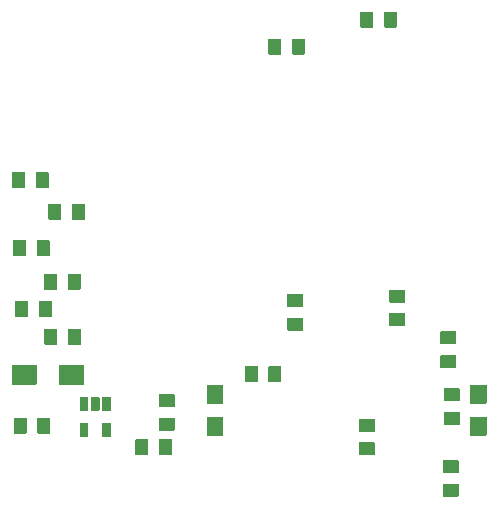
<source format=gbr>
G04 #@! TF.GenerationSoftware,KiCad,Pcbnew,5.1.7-a382d34a8~88~ubuntu18.04.1*
G04 #@! TF.CreationDate,2021-06-07T17:39:16+05:30*
G04 #@! TF.ProjectId,stm32wb_Dev_v2,73746d33-3277-4625-9f44-65765f76322e,rev?*
G04 #@! TF.SameCoordinates,Original*
G04 #@! TF.FileFunction,Paste,Bot*
G04 #@! TF.FilePolarity,Positive*
%FSLAX46Y46*%
G04 Gerber Fmt 4.6, Leading zero omitted, Abs format (unit mm)*
G04 Created by KiCad (PCBNEW 5.1.7-a382d34a8~88~ubuntu18.04.1) date 2021-06-07 17:39:16*
%MOMM*%
%LPD*%
G01*
G04 APERTURE LIST*
G04 APERTURE END LIST*
G36*
G01*
X84205600Y-83822200D02*
X84205600Y-82222600D01*
G75*
G02*
X84256600Y-82171600I51000J0D01*
G01*
X86256600Y-82171600D01*
G75*
G02*
X86307600Y-82222600I0J-51000D01*
G01*
X86307600Y-83822200D01*
G75*
G02*
X86256600Y-83873200I-51000J0D01*
G01*
X84256600Y-83873200D01*
G75*
G02*
X84205600Y-83822200I0J51000D01*
G01*
G37*
G36*
G01*
X88205600Y-83822200D02*
X88205600Y-82222600D01*
G75*
G02*
X88256600Y-82171600I51000J0D01*
G01*
X90256600Y-82171600D01*
G75*
G02*
X90307600Y-82222600I0J-51000D01*
G01*
X90307600Y-83822200D01*
G75*
G02*
X90256600Y-83873200I-51000J0D01*
G01*
X88256600Y-83873200D01*
G75*
G02*
X88205600Y-83822200I0J51000D01*
G01*
G37*
G36*
G01*
X86360700Y-87980825D02*
X86360700Y-86730575D01*
G75*
G02*
X86411200Y-86680075I50500J0D01*
G01*
X87411200Y-86680075D01*
G75*
G02*
X87461700Y-86730575I0J-50500D01*
G01*
X87461700Y-87980825D01*
G75*
G02*
X87411200Y-88031325I-50500J0D01*
G01*
X86411200Y-88031325D01*
G75*
G02*
X86360700Y-87980825I0J50500D01*
G01*
G37*
G36*
G01*
X84360700Y-87980825D02*
X84360700Y-86730575D01*
G75*
G02*
X84411200Y-86680075I50500J0D01*
G01*
X85411200Y-86680075D01*
G75*
G02*
X85461700Y-86730575I0J-50500D01*
G01*
X85461700Y-87980825D01*
G75*
G02*
X85411200Y-88031325I-50500J0D01*
G01*
X84411200Y-88031325D01*
G75*
G02*
X84360700Y-87980825I0J50500D01*
G01*
G37*
G36*
G01*
X114887125Y-87863800D02*
X113636875Y-87863800D01*
G75*
G02*
X113586375Y-87813300I0J50500D01*
G01*
X113586375Y-86813300D01*
G75*
G02*
X113636875Y-86762800I50500J0D01*
G01*
X114887125Y-86762800D01*
G75*
G02*
X114937625Y-86813300I0J-50500D01*
G01*
X114937625Y-87813300D01*
G75*
G02*
X114887125Y-87863800I-50500J0D01*
G01*
G37*
G36*
G01*
X114887125Y-89863800D02*
X113636875Y-89863800D01*
G75*
G02*
X113586375Y-89813300I0J50500D01*
G01*
X113586375Y-88813300D01*
G75*
G02*
X113636875Y-88762800I50500J0D01*
G01*
X114887125Y-88762800D01*
G75*
G02*
X114937625Y-88813300I0J-50500D01*
G01*
X114937625Y-89813300D01*
G75*
G02*
X114887125Y-89863800I-50500J0D01*
G01*
G37*
G36*
G01*
X105921500Y-83599325D02*
X105921500Y-82349075D01*
G75*
G02*
X105972000Y-82298575I50500J0D01*
G01*
X106972000Y-82298575D01*
G75*
G02*
X107022500Y-82349075I0J-50500D01*
G01*
X107022500Y-83599325D01*
G75*
G02*
X106972000Y-83649825I-50500J0D01*
G01*
X105972000Y-83649825D01*
G75*
G02*
X105921500Y-83599325I0J50500D01*
G01*
G37*
G36*
G01*
X103921500Y-83599325D02*
X103921500Y-82349075D01*
G75*
G02*
X103972000Y-82298575I50500J0D01*
G01*
X104972000Y-82298575D01*
G75*
G02*
X105022500Y-82349075I0J-50500D01*
G01*
X105022500Y-83599325D01*
G75*
G02*
X104972000Y-83649825I-50500J0D01*
G01*
X103972000Y-83649825D01*
G75*
G02*
X103921500Y-83599325I0J50500D01*
G01*
G37*
G36*
G01*
X87301200Y-69868025D02*
X87301200Y-68617775D01*
G75*
G02*
X87351700Y-68567275I50500J0D01*
G01*
X88351700Y-68567275D01*
G75*
G02*
X88402200Y-68617775I0J-50500D01*
G01*
X88402200Y-69868025D01*
G75*
G02*
X88351700Y-69918525I-50500J0D01*
G01*
X87351700Y-69918525D01*
G75*
G02*
X87301200Y-69868025I0J50500D01*
G01*
G37*
G36*
G01*
X89301200Y-69868025D02*
X89301200Y-68617775D01*
G75*
G02*
X89351700Y-68567275I50500J0D01*
G01*
X90351700Y-68567275D01*
G75*
G02*
X90402200Y-68617775I0J-50500D01*
G01*
X90402200Y-69868025D01*
G75*
G02*
X90351700Y-69918525I-50500J0D01*
G01*
X89351700Y-69918525D01*
G75*
G02*
X89301200Y-69868025I0J50500D01*
G01*
G37*
G36*
G01*
X108832125Y-79289700D02*
X107581875Y-79289700D01*
G75*
G02*
X107531375Y-79239200I0J50500D01*
G01*
X107531375Y-78239200D01*
G75*
G02*
X107581875Y-78188700I50500J0D01*
G01*
X108832125Y-78188700D01*
G75*
G02*
X108882625Y-78239200I0J-50500D01*
G01*
X108882625Y-79239200D01*
G75*
G02*
X108832125Y-79289700I-50500J0D01*
G01*
G37*
G36*
G01*
X108832125Y-77289700D02*
X107581875Y-77289700D01*
G75*
G02*
X107531375Y-77239200I0J50500D01*
G01*
X107531375Y-76239200D01*
G75*
G02*
X107581875Y-76188700I50500J0D01*
G01*
X108832125Y-76188700D01*
G75*
G02*
X108882625Y-76239200I0J-50500D01*
G01*
X108882625Y-77239200D01*
G75*
G02*
X108832125Y-77289700I-50500J0D01*
G01*
G37*
G36*
G01*
X116191875Y-75817100D02*
X117442125Y-75817100D01*
G75*
G02*
X117492625Y-75867600I0J-50500D01*
G01*
X117492625Y-76867600D01*
G75*
G02*
X117442125Y-76918100I-50500J0D01*
G01*
X116191875Y-76918100D01*
G75*
G02*
X116141375Y-76867600I0J50500D01*
G01*
X116141375Y-75867600D01*
G75*
G02*
X116191875Y-75817100I50500J0D01*
G01*
G37*
G36*
G01*
X116191875Y-77817100D02*
X117442125Y-77817100D01*
G75*
G02*
X117492625Y-77867600I0J-50500D01*
G01*
X117492625Y-78867600D01*
G75*
G02*
X117442125Y-78918100I-50500J0D01*
G01*
X116191875Y-78918100D01*
G75*
G02*
X116141375Y-78867600I0J50500D01*
G01*
X116141375Y-77867600D01*
G75*
G02*
X116191875Y-77817100I50500J0D01*
G01*
G37*
G36*
G01*
X120720875Y-90265400D02*
X121971125Y-90265400D01*
G75*
G02*
X122021625Y-90315900I0J-50500D01*
G01*
X122021625Y-91315900D01*
G75*
G02*
X121971125Y-91366400I-50500J0D01*
G01*
X120720875Y-91366400D01*
G75*
G02*
X120670375Y-91315900I0J50500D01*
G01*
X120670375Y-90315900D01*
G75*
G02*
X120720875Y-90265400I50500J0D01*
G01*
G37*
G36*
G01*
X120720875Y-92265400D02*
X121971125Y-92265400D01*
G75*
G02*
X122021625Y-92315900I0J-50500D01*
G01*
X122021625Y-93315900D01*
G75*
G02*
X121971125Y-93366400I-50500J0D01*
G01*
X120720875Y-93366400D01*
G75*
G02*
X120670375Y-93315900I0J50500D01*
G01*
X120670375Y-92315900D01*
G75*
G02*
X120720875Y-92265400I50500J0D01*
G01*
G37*
G36*
G01*
X122075125Y-87290000D02*
X120824875Y-87290000D01*
G75*
G02*
X120774375Y-87239500I0J50500D01*
G01*
X120774375Y-86239500D01*
G75*
G02*
X120824875Y-86189000I50500J0D01*
G01*
X122075125Y-86189000D01*
G75*
G02*
X122125625Y-86239500I0J-50500D01*
G01*
X122125625Y-87239500D01*
G75*
G02*
X122075125Y-87290000I-50500J0D01*
G01*
G37*
G36*
G01*
X122075125Y-85290000D02*
X120824875Y-85290000D01*
G75*
G02*
X120774375Y-85239500I0J50500D01*
G01*
X120774375Y-84239500D01*
G75*
G02*
X120824875Y-84189000I50500J0D01*
G01*
X122075125Y-84189000D01*
G75*
G02*
X122125625Y-84239500I0J-50500D01*
G01*
X122125625Y-85239500D01*
G75*
G02*
X122075125Y-85290000I-50500J0D01*
G01*
G37*
G36*
G01*
X120545575Y-81363740D02*
X121795825Y-81363740D01*
G75*
G02*
X121846325Y-81414240I0J-50500D01*
G01*
X121846325Y-82414240D01*
G75*
G02*
X121795825Y-82464740I-50500J0D01*
G01*
X120545575Y-82464740D01*
G75*
G02*
X120495075Y-82414240I0J50500D01*
G01*
X120495075Y-81414240D01*
G75*
G02*
X120545575Y-81363740I50500J0D01*
G01*
G37*
G36*
G01*
X120545575Y-79363740D02*
X121795825Y-79363740D01*
G75*
G02*
X121846325Y-79414240I0J-50500D01*
G01*
X121846325Y-80414240D01*
G75*
G02*
X121795825Y-80464740I-50500J0D01*
G01*
X120545575Y-80464740D01*
G75*
G02*
X120495075Y-80414240I0J50500D01*
G01*
X120495075Y-79414240D01*
G75*
G02*
X120545575Y-79363740I50500J0D01*
G01*
G37*
G36*
G01*
X107921500Y-55865025D02*
X107921500Y-54614775D01*
G75*
G02*
X107972000Y-54564275I50500J0D01*
G01*
X108972000Y-54564275D01*
G75*
G02*
X109022500Y-54614775I0J-50500D01*
G01*
X109022500Y-55865025D01*
G75*
G02*
X108972000Y-55915525I-50500J0D01*
G01*
X107972000Y-55915525D01*
G75*
G02*
X107921500Y-55865025I0J50500D01*
G01*
G37*
G36*
G01*
X105921500Y-55865025D02*
X105921500Y-54614775D01*
G75*
G02*
X105972000Y-54564275I50500J0D01*
G01*
X106972000Y-54564275D01*
G75*
G02*
X107022500Y-54614775I0J-50500D01*
G01*
X107022500Y-55865025D01*
G75*
G02*
X106972000Y-55915525I-50500J0D01*
G01*
X105972000Y-55915525D01*
G75*
G02*
X105921500Y-55865025I0J50500D01*
G01*
G37*
G36*
G01*
X86476760Y-78092585D02*
X86476760Y-76842335D01*
G75*
G02*
X86527260Y-76791835I50500J0D01*
G01*
X87527260Y-76791835D01*
G75*
G02*
X87577760Y-76842335I0J-50500D01*
G01*
X87577760Y-78092585D01*
G75*
G02*
X87527260Y-78143085I-50500J0D01*
G01*
X86527260Y-78143085D01*
G75*
G02*
X86476760Y-78092585I0J50500D01*
G01*
G37*
G36*
G01*
X84476760Y-78092585D02*
X84476760Y-76842335D01*
G75*
G02*
X84527260Y-76791835I50500J0D01*
G01*
X85527260Y-76791835D01*
G75*
G02*
X85577760Y-76842335I0J-50500D01*
G01*
X85577760Y-78092585D01*
G75*
G02*
X85527260Y-78143085I-50500J0D01*
G01*
X84527260Y-78143085D01*
G75*
G02*
X84476760Y-78092585I0J50500D01*
G01*
G37*
G36*
G01*
X115714500Y-53579025D02*
X115714500Y-52328775D01*
G75*
G02*
X115765000Y-52278275I50500J0D01*
G01*
X116765000Y-52278275D01*
G75*
G02*
X116815500Y-52328775I0J-50500D01*
G01*
X116815500Y-53579025D01*
G75*
G02*
X116765000Y-53629525I-50500J0D01*
G01*
X115765000Y-53629525D01*
G75*
G02*
X115714500Y-53579025I0J50500D01*
G01*
G37*
G36*
G01*
X113714500Y-53579025D02*
X113714500Y-52328775D01*
G75*
G02*
X113765000Y-52278275I50500J0D01*
G01*
X114765000Y-52278275D01*
G75*
G02*
X114815500Y-52328775I0J-50500D01*
G01*
X114815500Y-53579025D01*
G75*
G02*
X114765000Y-53629525I-50500J0D01*
G01*
X113765000Y-53629525D01*
G75*
G02*
X113714500Y-53579025I0J50500D01*
G01*
G37*
G36*
G01*
X86953300Y-80431925D02*
X86953300Y-79181675D01*
G75*
G02*
X87003800Y-79131175I50500J0D01*
G01*
X88003800Y-79131175D01*
G75*
G02*
X88054300Y-79181675I0J-50500D01*
G01*
X88054300Y-80431925D01*
G75*
G02*
X88003800Y-80482425I-50500J0D01*
G01*
X87003800Y-80482425D01*
G75*
G02*
X86953300Y-80431925I0J50500D01*
G01*
G37*
G36*
G01*
X88953300Y-80431925D02*
X88953300Y-79181675D01*
G75*
G02*
X89003800Y-79131175I50500J0D01*
G01*
X90003800Y-79131175D01*
G75*
G02*
X90054300Y-79181675I0J-50500D01*
G01*
X90054300Y-80431925D01*
G75*
G02*
X90003800Y-80482425I-50500J0D01*
G01*
X89003800Y-80482425D01*
G75*
G02*
X88953300Y-80431925I0J50500D01*
G01*
G37*
G36*
G01*
X96687375Y-84667300D02*
X97937625Y-84667300D01*
G75*
G02*
X97988125Y-84717800I0J-50500D01*
G01*
X97988125Y-85717800D01*
G75*
G02*
X97937625Y-85768300I-50500J0D01*
G01*
X96687375Y-85768300D01*
G75*
G02*
X96636875Y-85717800I0J50500D01*
G01*
X96636875Y-84717800D01*
G75*
G02*
X96687375Y-84667300I50500J0D01*
G01*
G37*
G36*
G01*
X96687375Y-86667300D02*
X97937625Y-86667300D01*
G75*
G02*
X97988125Y-86717800I0J-50500D01*
G01*
X97988125Y-87717800D01*
G75*
G02*
X97937625Y-87768300I-50500J0D01*
G01*
X96687375Y-87768300D01*
G75*
G02*
X96636875Y-87717800I0J50500D01*
G01*
X96636875Y-86717800D01*
G75*
G02*
X96687375Y-86667300I50500J0D01*
G01*
G37*
G36*
G01*
X95771500Y-88531375D02*
X95771500Y-89781625D01*
G75*
G02*
X95721000Y-89832125I-50500J0D01*
G01*
X94721000Y-89832125D01*
G75*
G02*
X94670500Y-89781625I0J50500D01*
G01*
X94670500Y-88531375D01*
G75*
G02*
X94721000Y-88480875I50500J0D01*
G01*
X95721000Y-88480875D01*
G75*
G02*
X95771500Y-88531375I0J-50500D01*
G01*
G37*
G36*
G01*
X97771500Y-88531375D02*
X97771500Y-89781625D01*
G75*
G02*
X97721000Y-89832125I-50500J0D01*
G01*
X96721000Y-89832125D01*
G75*
G02*
X96670500Y-89781625I0J50500D01*
G01*
X96670500Y-88531375D01*
G75*
G02*
X96721000Y-88480875I50500J0D01*
G01*
X97721000Y-88480875D01*
G75*
G02*
X97771500Y-88531375I0J-50500D01*
G01*
G37*
G36*
G01*
X84207500Y-67180725D02*
X84207500Y-65930475D01*
G75*
G02*
X84258000Y-65879975I50500J0D01*
G01*
X85258000Y-65879975D01*
G75*
G02*
X85308500Y-65930475I0J-50500D01*
G01*
X85308500Y-67180725D01*
G75*
G02*
X85258000Y-67231225I-50500J0D01*
G01*
X84258000Y-67231225D01*
G75*
G02*
X84207500Y-67180725I0J50500D01*
G01*
G37*
G36*
G01*
X86207500Y-67180725D02*
X86207500Y-65930475D01*
G75*
G02*
X86258000Y-65879975I50500J0D01*
G01*
X87258000Y-65879975D01*
G75*
G02*
X87308500Y-65930475I0J-50500D01*
G01*
X87308500Y-67180725D01*
G75*
G02*
X87258000Y-67231225I-50500J0D01*
G01*
X86258000Y-67231225D01*
G75*
G02*
X86207500Y-67180725I0J50500D01*
G01*
G37*
G36*
G01*
X86301500Y-72923725D02*
X86301500Y-71673475D01*
G75*
G02*
X86352000Y-71622975I50500J0D01*
G01*
X87352000Y-71622975D01*
G75*
G02*
X87402500Y-71673475I0J-50500D01*
G01*
X87402500Y-72923725D01*
G75*
G02*
X87352000Y-72974225I-50500J0D01*
G01*
X86352000Y-72974225D01*
G75*
G02*
X86301500Y-72923725I0J50500D01*
G01*
G37*
G36*
G01*
X84301500Y-72923725D02*
X84301500Y-71673475D01*
G75*
G02*
X84352000Y-71622975I50500J0D01*
G01*
X85352000Y-71622975D01*
G75*
G02*
X85402500Y-71673475I0J-50500D01*
G01*
X85402500Y-72923725D01*
G75*
G02*
X85352000Y-72974225I-50500J0D01*
G01*
X84352000Y-72974225D01*
G75*
G02*
X84301500Y-72923725I0J50500D01*
G01*
G37*
G36*
G01*
X88928600Y-75773525D02*
X88928600Y-74523275D01*
G75*
G02*
X88979100Y-74472775I50500J0D01*
G01*
X89979100Y-74472775D01*
G75*
G02*
X90029600Y-74523275I0J-50500D01*
G01*
X90029600Y-75773525D01*
G75*
G02*
X89979100Y-75824025I-50500J0D01*
G01*
X88979100Y-75824025D01*
G75*
G02*
X88928600Y-75773525I0J50500D01*
G01*
G37*
G36*
G01*
X86928600Y-75773525D02*
X86928600Y-74523275D01*
G75*
G02*
X86979100Y-74472775I50500J0D01*
G01*
X87979100Y-74472775D01*
G75*
G02*
X88029600Y-74523275I0J-50500D01*
G01*
X88029600Y-75773525D01*
G75*
G02*
X87979100Y-75824025I-50500J0D01*
G01*
X86979100Y-75824025D01*
G75*
G02*
X86928600Y-75773525I0J50500D01*
G01*
G37*
G36*
G01*
X123040480Y-83881590D02*
X124340280Y-83881590D01*
G75*
G02*
X124391030Y-83932340I0J-50750D01*
G01*
X124391030Y-85432340D01*
G75*
G02*
X124340280Y-85483090I-50750J0D01*
G01*
X123040480Y-85483090D01*
G75*
G02*
X122989730Y-85432340I0J50750D01*
G01*
X122989730Y-83932340D01*
G75*
G02*
X123040480Y-83881590I50750J0D01*
G01*
G37*
G36*
G01*
X123040480Y-86581590D02*
X124340280Y-86581590D01*
G75*
G02*
X124391030Y-86632340I0J-50750D01*
G01*
X124391030Y-88132340D01*
G75*
G02*
X124340280Y-88183090I-50750J0D01*
G01*
X123040480Y-88183090D01*
G75*
G02*
X122989730Y-88132340I0J50750D01*
G01*
X122989730Y-86632340D01*
G75*
G02*
X123040480Y-86581590I50750J0D01*
G01*
G37*
G36*
G01*
X100770100Y-86634950D02*
X102069900Y-86634950D01*
G75*
G02*
X102120650Y-86685700I0J-50750D01*
G01*
X102120650Y-88185700D01*
G75*
G02*
X102069900Y-88236450I-50750J0D01*
G01*
X100770100Y-88236450D01*
G75*
G02*
X100719350Y-88185700I0J50750D01*
G01*
X100719350Y-86685700D01*
G75*
G02*
X100770100Y-86634950I50750J0D01*
G01*
G37*
G36*
G01*
X100770100Y-83934950D02*
X102069900Y-83934950D01*
G75*
G02*
X102120650Y-83985700I0J-50750D01*
G01*
X102120650Y-85485700D01*
G75*
G02*
X102069900Y-85536450I-50750J0D01*
G01*
X100770100Y-85536450D01*
G75*
G02*
X100719350Y-85485700I0J50750D01*
G01*
X100719350Y-83985700D01*
G75*
G02*
X100770100Y-83934950I50750J0D01*
G01*
G37*
G36*
G01*
X89984904Y-87123470D02*
X90634496Y-87123470D01*
G75*
G02*
X90685025Y-87173999I0J-50529D01*
G01*
X90685025Y-88234001D01*
G75*
G02*
X90634496Y-88284530I-50529J0D01*
G01*
X89984904Y-88284530D01*
G75*
G02*
X89934375Y-88234001I0J50529D01*
G01*
X89934375Y-87173999D01*
G75*
G02*
X89984904Y-87123470I50529J0D01*
G01*
G37*
G36*
G01*
X91884904Y-87123470D02*
X92534496Y-87123470D01*
G75*
G02*
X92585025Y-87173999I0J-50529D01*
G01*
X92585025Y-88234001D01*
G75*
G02*
X92534496Y-88284530I-50529J0D01*
G01*
X91884904Y-88284530D01*
G75*
G02*
X91834375Y-88234001I0J50529D01*
G01*
X91834375Y-87173999D01*
G75*
G02*
X91884904Y-87123470I50529J0D01*
G01*
G37*
G36*
G01*
X91884904Y-84923470D02*
X92534496Y-84923470D01*
G75*
G02*
X92585025Y-84973999I0J-50529D01*
G01*
X92585025Y-86034001D01*
G75*
G02*
X92534496Y-86084530I-50529J0D01*
G01*
X91884904Y-86084530D01*
G75*
G02*
X91834375Y-86034001I0J50529D01*
G01*
X91834375Y-84973999D01*
G75*
G02*
X91884904Y-84923470I50529J0D01*
G01*
G37*
G36*
G01*
X90934904Y-84923470D02*
X91584496Y-84923470D01*
G75*
G02*
X91635025Y-84973999I0J-50529D01*
G01*
X91635025Y-86034001D01*
G75*
G02*
X91584496Y-86084530I-50529J0D01*
G01*
X90934904Y-86084530D01*
G75*
G02*
X90884375Y-86034001I0J50529D01*
G01*
X90884375Y-84973999D01*
G75*
G02*
X90934904Y-84923470I50529J0D01*
G01*
G37*
G36*
G01*
X89984904Y-84923470D02*
X90634496Y-84923470D01*
G75*
G02*
X90685025Y-84973999I0J-50529D01*
G01*
X90685025Y-86034001D01*
G75*
G02*
X90634496Y-86084530I-50529J0D01*
G01*
X89984904Y-86084530D01*
G75*
G02*
X89934375Y-86034001I0J50529D01*
G01*
X89934375Y-84973999D01*
G75*
G02*
X89984904Y-84923470I50529J0D01*
G01*
G37*
M02*

</source>
